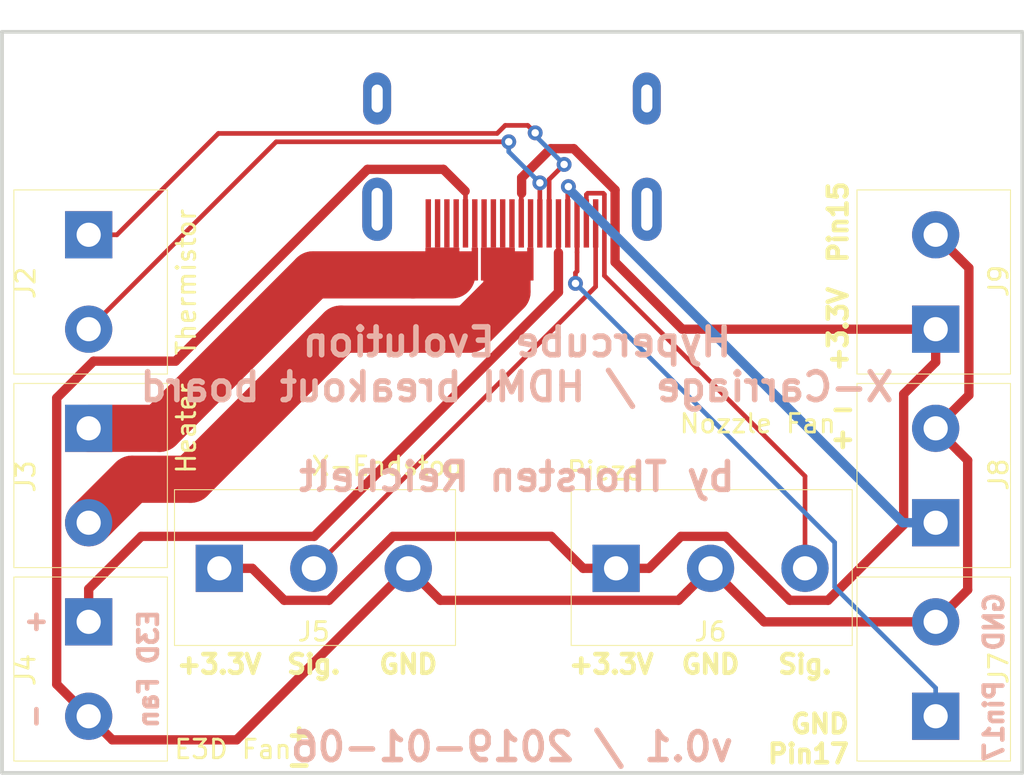
<source format=kicad_pcb>
(kicad_pcb (version 20171130) (host pcbnew "(5.0.2)-1")

  (general
    (thickness 1.6)
    (drawings 22)
    (tracks 118)
    (zones 0)
    (modules 12)
    (nets 13)
  )

  (page A4)
  (layers
    (0 F.Cu signal)
    (31 B.Cu signal)
    (32 B.Adhes user)
    (33 F.Adhes user)
    (34 B.Paste user)
    (35 F.Paste user)
    (36 B.SilkS user)
    (37 F.SilkS user)
    (38 B.Mask user)
    (39 F.Mask user)
    (40 Dwgs.User user)
    (41 Cmts.User user)
    (42 Eco1.User user)
    (43 Eco2.User user)
    (44 Edge.Cuts user)
    (45 Margin user)
    (46 B.CrtYd user)
    (47 F.CrtYd user)
    (48 B.Fab user)
    (49 F.Fab user)
  )

  (setup
    (last_trace_width 0.25)
    (user_trace_width 0.5)
    (user_trace_width 1.27)
    (user_trace_width 2.54)
    (trace_clearance 0.2)
    (zone_clearance 0.508)
    (zone_45_only no)
    (trace_min 0.2)
    (segment_width 0.2)
    (edge_width 0.05)
    (via_size 0.8)
    (via_drill 0.4)
    (via_min_size 0.4)
    (via_min_drill 0.3)
    (uvia_size 0.3)
    (uvia_drill 0.1)
    (uvias_allowed no)
    (uvia_min_size 0.2)
    (uvia_min_drill 0.1)
    (pcb_text_width 0.3)
    (pcb_text_size 1.5 1.5)
    (mod_edge_width 0.12)
    (mod_text_size 1 1)
    (mod_text_width 0.15)
    (pad_size 3.2 3.2)
    (pad_drill 3.2)
    (pad_to_mask_clearance 0.051)
    (solder_mask_min_width 0.25)
    (aux_axis_origin 0 0)
    (visible_elements 7FFFFFFF)
    (pcbplotparams
      (layerselection 0x010f0_ffffffff)
      (usegerberextensions false)
      (usegerberattributes true)
      (usegerberadvancedattributes false)
      (creategerberjobfile false)
      (excludeedgelayer true)
      (linewidth 0.150000)
      (plotframeref false)
      (viasonmask false)
      (mode 1)
      (useauxorigin false)
      (hpglpennumber 1)
      (hpglpenspeed 20)
      (hpglpendiameter 15.000000)
      (psnegative false)
      (psa4output false)
      (plotreference true)
      (plotvalue true)
      (plotinvisibletext false)
      (padsonsilk false)
      (subtractmaskfromsilk false)
      (outputformat 1)
      (mirror false)
      (drillshape 0)
      (scaleselection 1)
      (outputdirectory "Gerber/"))
  )

  (net 0 "")
  (net 1 "Net-(J1-PadSH)")
  (net 2 /+3.3V)
  (net 3 /X_SIG)
  (net 4 /GND)
  (net 5 /PIEZO_SIG)
  (net 6 /THERM_B)
  (net 7 /THERM_A)
  (net 8 /HEATER_B)
  (net 9 /HEATER_A)
  (net 10 /E3D_P)
  (net 11 /PIN17)
  (net 12 /PART_P)

  (net_class Default "Dies ist die voreingestellte Netzklasse."
    (clearance 0.2)
    (trace_width 0.25)
    (via_dia 0.8)
    (via_drill 0.4)
    (uvia_dia 0.3)
    (uvia_drill 0.1)
    (add_net /+3.3V)
    (add_net /E3D_P)
    (add_net /GND)
    (add_net /HEATER_A)
    (add_net /HEATER_B)
    (add_net /PART_P)
    (add_net /PIEZO_SIG)
    (add_net /PIN17)
    (add_net /THERM_A)
    (add_net /THERM_B)
    (add_net /X_SIG)
    (add_net "Net-(J1-PadSH)")
  )

  (module Connectors_OWN:RND_205-00233 locked (layer F.Cu) (tedit 5C34F4A5) (tstamp 5C5767C9)
    (at 97.536 95.504)
    (path /5C2EB450)
    (fp_text reference J5 (at 7.62 -0.7366) (layer F.SilkS)
      (effects (font (size 1 1) (thickness 0.15)))
    )
    (fp_text value X-Endstop (at 11.557 -9.652) (layer F.SilkS)
      (effects (font (size 1 1) (thickness 0.15)))
    )
    (fp_line (start 0.127 0) (end 0.127 -8.382) (layer F.SilkS) (width 0.05))
    (fp_line (start 15.24 0) (end 0.127 0) (layer F.SilkS) (width 0.05))
    (fp_line (start 15.24 -8.382) (end 15.24 0) (layer F.SilkS) (width 0.05))
    (fp_line (start 0.127 -8.382) (end 15.24 -8.382) (layer F.SilkS) (width 0.05))
    (fp_line (start 0 -8.4582) (end 0 0) (layer F.CrtYd) (width 0.15))
    (fp_line (start 15.2654 -8.4582) (end 0.0254 -8.4582) (layer F.CrtYd) (width 0.15))
    (fp_line (start 15.2654 0) (end 15.2654 -8.4582) (layer F.CrtYd) (width 0.15))
    (fp_line (start 0.0254 0) (end 15.2654 0) (layer F.CrtYd) (width 0.15))
    (pad 3 thru_hole circle (at 12.7 -4.15) (size 2.54 2.54) (drill 1.3) (layers *.Cu *.Mask)
      (net 4 /GND))
    (pad 2 thru_hole circle (at 7.62 -4.15) (size 2.54 2.54) (drill 1.3) (layers *.Cu *.Mask)
      (net 3 /X_SIG))
    (pad 1 thru_hole rect (at 2.54 -4.15) (size 2.54 2.54) (drill 1.3) (layers *.Cu *.Mask)
      (net 2 /+3.3V))
  )

  (module Connectors_OWN:BKL_HDMI_PEB1_HEVO locked (layer F.Cu) (tedit 5C2F860F) (tstamp 5C40126A)
    (at 123.063 62.484 180)
    (path /5C3382E7)
    (fp_text reference J1 (at 7.4676 -1.1176 180) (layer F.SilkS) hide
      (effects (font (size 1 1) (thickness 0.15)))
    )
    (fp_text value BKL_HDMI_PEB1_HEVO (at 7.4168 -2.7178 180) (layer F.Fab)
      (effects (font (size 1 1) (thickness 0.15)))
    )
    (fp_text user "PCB Edge" (at 7.6454 0.8636 180) (layer Dwgs.User)
      (effects (font (size 1 1) (thickness 0.15)))
    )
    (fp_line (start 0.0254 0) (end 14.5034 0) (layer Dwgs.User) (width 0.15))
    (pad 19 smd rect (at 2.75 -10.31 180) (size 0.29 2.6) (layers F.Cu F.Paste F.Mask)
      (net 3 /X_SIG))
    (pad 18 smd rect (at 3.25 -10.31 180) (size 0.29 2.6) (layers F.Cu F.Paste F.Mask)
      (net 5 /PIEZO_SIG))
    (pad 17 smd rect (at 3.75 -10.31 180) (size 0.29 2.6) (layers F.Cu F.Paste F.Mask)
      (net 11 /PIN17))
    (pad 16 smd rect (at 4.25 -10.31 180) (size 0.29 2.6) (layers F.Cu F.Paste F.Mask)
      (net 12 /PART_P))
    (pad 15 smd rect (at 4.75 -10.31 180) (size 0.29 2.6) (layers F.Cu F.Paste F.Mask)
      (net 10 /E3D_P))
    (pad 14 smd rect (at 5.25 -10.31 180) (size 0.29 2.6) (layers F.Cu F.Paste F.Mask)
      (net 7 /THERM_A))
    (pad 13 smd rect (at 5.75 -10.31 180) (size 0.29 2.6) (layers F.Cu F.Paste F.Mask)
      (net 6 /THERM_B))
    (pad "" smd rect (at 6.25 -10.31 180) (size 0.29 2.6) (layers F.Cu F.Paste F.Mask))
    (pad 11 smd rect (at 6.75 -10.31 180) (size 0.29 2.6) (layers F.Cu F.Paste F.Mask)
      (net 2 /+3.3V))
    (pad "" smd rect (at 7.25 -10.31 180) (size 0.29 2.6) (layers F.Cu F.Paste F.Mask))
    (pad "" smd rect (at 7.75 -10.31 180) (size 0.29 2.6) (layers F.Cu F.Paste F.Mask))
    (pad "" smd rect (at 8.25 -10.31 180) (size 0.29 2.6) (layers F.Cu F.Paste F.Mask))
    (pad "" smd rect (at 8.75 -10.31 180) (size 0.29 2.6) (layers F.Cu F.Paste F.Mask))
    (pad "" smd rect (at 9.25 -10.31 180) (size 0.29 2.6) (layers F.Cu F.Paste F.Mask))
    (pad 5 smd rect (at 9.75 -10.31 180) (size 0.29 2.6) (layers F.Cu F.Paste F.Mask)
      (net 4 /GND))
    (pad "" smd rect (at 10.25 -10.31 180) (size 0.29 2.6) (layers F.Cu F.Paste F.Mask))
    (pad "" smd rect (at 10.75 -10.31 180) (size 0.29 2.6) (layers F.Cu F.Paste F.Mask))
    (pad "" smd rect (at 11.25 -10.31 180) (size 0.29 2.6) (layers F.Cu F.Paste F.Mask))
    (pad "" smd rect (at 11.75 -10.31 180) (size 0.29 2.6) (layers F.Cu F.Paste F.Mask))
    (pad SH thru_hole oval (at 14.5 -9.55 180) (size 1.6 3.4) (drill oval 0.6 2.3) (layers *.Cu *.Mask)
      (net 1 "Net-(J1-PadSH)"))
    (pad SH thru_hole oval (at 14.5 -3.59 180) (size 1.5 2.8) (drill oval 0.6 1.5) (layers *.Cu *.Mask)
      (net 1 "Net-(J1-PadSH)"))
    (pad SH thru_hole oval (at 0 -3.59 180) (size 1.5 2.8) (drill oval 0.6 1.5) (layers *.Cu *.Mask)
      (net 1 "Net-(J1-PadSH)"))
    (pad SH thru_hole oval (at 0 -9.55 180) (size 1.6 3.4) (drill oval 0.6 2.3) (layers *.Cu *.Mask)
      (net 1 "Net-(J1-PadSH)"))
    (pad 1 smd custom (at 10.4902 -12.7254 180) (size 1.27 1.27) (layers F.Cu F.Paste F.Mask)
      (net 9 /HEATER_A)
      (options (clearance outline) (anchor circle))
      (primitives
        (gr_poly (pts
           (xy 1.39065 1.0922) (xy -0.38735 1.0922) (xy -0.38735 0.889) (xy -1.09855 0.889) (xy -1.09855 1.0922)
           (xy -1.39065 1.0922) (xy -1.39065 -0.635) (xy 1.39065 -0.635)) (width 0.05))
      ))
    (pad 7 smd custom (at 7.5057 -12.7254 180) (size 1.27 1.27) (layers F.Cu F.Paste F.Mask)
      (net 8 /HEATER_B) (zone_connect 0)
      (options (clearance outline) (anchor circle))
      (primitives
        (gr_poly (pts
           (xy 1.39065 1.0922) (xy -0.38735 1.0922) (xy -0.38735 0.889) (xy -1.09855 0.889) (xy -1.09855 1.0922)
           (xy -1.39065 1.0922) (xy -1.39065 -0.635) (xy 1.39065 -0.635)) (width 0.05))
      ))
  )

  (module Connectors_OWN:RND_205-00232 locked (layer F.Cu) (tedit 5C34F47C) (tstamp 5C576814)
    (at 142.748 101.854 90)
    (path /5C301662)
    (fp_text reference J7 (at 5.1308 -0.762 90) (layer F.SilkS)
      (effects (font (size 1 1) (thickness 0.15)))
    )
    (fp_text value Custom1 (at 5.08 -7.366 90) (layer F.SilkS) hide
      (effects (font (size 1 1) (thickness 0.15)))
    )
    (fp_line (start 0.127 -0.127) (end 0.127 -8.382) (layer F.SilkS) (width 0.05))
    (fp_line (start 10.033 -0.127) (end 0.127 -0.127) (layer F.SilkS) (width 0.05))
    (fp_line (start 10.033 -8.382) (end 10.033 -0.127) (layer F.SilkS) (width 0.05))
    (fp_line (start 0.127 -8.382) (end 10.033 -8.382) (layer F.SilkS) (width 0.05))
    (fp_line (start 0.0254 0) (end 10.16 0) (layer F.CrtYd) (width 0.15))
    (fp_line (start 10.16 0) (end 10.16 -8.4582) (layer F.CrtYd) (width 0.15))
    (fp_line (start 10.16 -8.4582) (end 0.0254 -8.4582) (layer F.CrtYd) (width 0.15))
    (fp_line (start 0.0254 -8.4582) (end 0.0254 0) (layer F.CrtYd) (width 0.15))
    (pad 1 thru_hole rect (at 2.54 -4.15 90) (size 2.54 2.54) (drill 1.3) (layers *.Cu *.Mask)
      (net 11 /PIN17))
    (pad 2 thru_hole circle (at 7.62 -4.15 90) (size 2.54 2.54) (drill 1.3) (layers *.Cu *.Mask)
      (net 4 /GND))
  )

  (module Connectors_OWN:RND_205-00232 locked (layer F.Cu) (tedit 5C34F47C) (tstamp 5C5767E7)
    (at 88.9 70.866 270)
    (path /5C2D523F)
    (fp_text reference J2 (at 5.1308 -0.762 270) (layer F.SilkS)
      (effects (font (size 1 1) (thickness 0.15)))
    )
    (fp_text value Thermistor (at 5.08 -9.398 270) (layer F.SilkS)
      (effects (font (size 1 1) (thickness 0.15)))
    )
    (fp_line (start 0.127 -0.127) (end 0.127 -8.382) (layer F.SilkS) (width 0.05))
    (fp_line (start 10.033 -0.127) (end 0.127 -0.127) (layer F.SilkS) (width 0.05))
    (fp_line (start 10.033 -8.382) (end 10.033 -0.127) (layer F.SilkS) (width 0.05))
    (fp_line (start 0.127 -8.382) (end 10.033 -8.382) (layer F.SilkS) (width 0.05))
    (fp_line (start 0.0254 0) (end 10.16 0) (layer F.CrtYd) (width 0.15))
    (fp_line (start 10.16 0) (end 10.16 -8.4582) (layer F.CrtYd) (width 0.15))
    (fp_line (start 10.16 -8.4582) (end 0.0254 -8.4582) (layer F.CrtYd) (width 0.15))
    (fp_line (start 0.0254 -8.4582) (end 0.0254 0) (layer F.CrtYd) (width 0.15))
    (pad 1 thru_hole rect (at 2.54 -4.15 270) (size 2.54 2.54) (drill 1.3) (layers *.Cu *.Mask)
      (net 7 /THERM_A))
    (pad 2 thru_hole circle (at 7.62 -4.15 270) (size 2.54 2.54) (drill 1.3) (layers *.Cu *.Mask)
      (net 6 /THERM_B))
  )

  (module Connectors_OWN:RND_205-00232 locked (layer F.Cu) (tedit 5C34F47C) (tstamp 5C57618A)
    (at 142.748 81.026 90)
    (path /5C326174)
    (fp_text reference J9 (at 5.1308 -0.762 90) (layer F.SilkS)
      (effects (font (size 1 1) (thickness 0.15)))
    )
    (fp_text value Custom2 (at 5.08 -9.652 90) (layer F.SilkS) hide
      (effects (font (size 1 1) (thickness 0.15)))
    )
    (fp_line (start 0.127 -0.127) (end 0.127 -8.382) (layer F.SilkS) (width 0.05))
    (fp_line (start 10.033 -0.127) (end 0.127 -0.127) (layer F.SilkS) (width 0.05))
    (fp_line (start 10.033 -8.382) (end 10.033 -0.127) (layer F.SilkS) (width 0.05))
    (fp_line (start 0.127 -8.382) (end 10.033 -8.382) (layer F.SilkS) (width 0.05))
    (fp_line (start 0.0254 0) (end 10.16 0) (layer F.CrtYd) (width 0.15))
    (fp_line (start 10.16 0) (end 10.16 -8.4582) (layer F.CrtYd) (width 0.15))
    (fp_line (start 10.16 -8.4582) (end 0.0254 -8.4582) (layer F.CrtYd) (width 0.15))
    (fp_line (start 0.0254 -8.4582) (end 0.0254 0) (layer F.CrtYd) (width 0.15))
    (pad 1 thru_hole rect (at 2.54 -4.15 90) (size 2.54 2.54) (drill 1.3) (layers *.Cu *.Mask)
      (net 2 /+3.3V))
    (pad 2 thru_hole circle (at 7.62 -4.15 90) (size 2.54 2.54) (drill 1.3) (layers *.Cu *.Mask)
      (net 4 /GND))
  )

  (module Connectors_OWN:RND_205-00233 locked (layer F.Cu) (tedit 5C34F4A5) (tstamp 5C4B0D71)
    (at 118.872 95.504)
    (path /5C2D53AD)
    (fp_text reference J6 (at 7.62 -0.7366) (layer F.SilkS)
      (effects (font (size 1 1) (thickness 0.15)))
    )
    (fp_text value Piezo (at 1.9304 -9.398) (layer F.SilkS)
      (effects (font (size 1 1) (thickness 0.15)))
    )
    (fp_line (start 0.127 0) (end 0.127 -8.382) (layer F.SilkS) (width 0.05))
    (fp_line (start 15.24 0) (end 0.127 0) (layer F.SilkS) (width 0.05))
    (fp_line (start 15.24 -8.382) (end 15.24 0) (layer F.SilkS) (width 0.05))
    (fp_line (start 0.127 -8.382) (end 15.24 -8.382) (layer F.SilkS) (width 0.05))
    (fp_line (start 0 -8.4582) (end 0 0) (layer F.CrtYd) (width 0.15))
    (fp_line (start 15.2654 -8.4582) (end 0.0254 -8.4582) (layer F.CrtYd) (width 0.15))
    (fp_line (start 15.2654 0) (end 15.2654 -8.4582) (layer F.CrtYd) (width 0.15))
    (fp_line (start 0.0254 0) (end 15.2654 0) (layer F.CrtYd) (width 0.15))
    (pad 3 thru_hole circle (at 12.7 -4.15) (size 2.54 2.54) (drill 1.3) (layers *.Cu *.Mask)
      (net 5 /PIEZO_SIG))
    (pad 2 thru_hole circle (at 7.62 -4.15) (size 2.54 2.54) (drill 1.3) (layers *.Cu *.Mask)
      (net 4 /GND))
    (pad 1 thru_hole rect (at 2.54 -4.15) (size 2.54 2.54) (drill 1.3) (layers *.Cu *.Mask)
      (net 2 /+3.3V))
  )

  (module Connectors_OWN:RND_205-00232 locked (layer F.Cu) (tedit 5C34F47C) (tstamp 5C45A62F)
    (at 88.9 91.694 270)
    (path /5C2D52AE)
    (fp_text reference J4 (at 5.1308 -0.762 270) (layer F.SilkS)
      (effects (font (size 1 1) (thickness 0.15)))
    )
    (fp_text value "E3D Fan" (at 9.398 -11.9126) (layer F.SilkS)
      (effects (font (size 1 1) (thickness 0.15)))
    )
    (fp_line (start 0.127 -0.127) (end 0.127 -8.382) (layer F.SilkS) (width 0.05))
    (fp_line (start 10.033 -0.127) (end 0.127 -0.127) (layer F.SilkS) (width 0.05))
    (fp_line (start 10.033 -8.382) (end 10.033 -0.127) (layer F.SilkS) (width 0.05))
    (fp_line (start 0.127 -8.382) (end 10.033 -8.382) (layer F.SilkS) (width 0.05))
    (fp_line (start 0.0254 0) (end 10.16 0) (layer F.CrtYd) (width 0.15))
    (fp_line (start 10.16 0) (end 10.16 -8.4582) (layer F.CrtYd) (width 0.15))
    (fp_line (start 10.16 -8.4582) (end 0.0254 -8.4582) (layer F.CrtYd) (width 0.15))
    (fp_line (start 0.0254 -8.4582) (end 0.0254 0) (layer F.CrtYd) (width 0.15))
    (pad 1 thru_hole rect (at 2.54 -4.15 270) (size 2.54 2.54) (drill 1.3) (layers *.Cu *.Mask)
      (net 10 /E3D_P))
    (pad 2 thru_hole circle (at 7.62 -4.15 270) (size 2.54 2.54) (drill 1.3) (layers *.Cu *.Mask)
      (net 4 /GND))
  )

  (module Connectors_OWN:RND_205-00232 locked (layer F.Cu) (tedit 5C34F47C) (tstamp 5C4B0D36)
    (at 142.748 91.44 90)
    (path /5C2D5319)
    (fp_text reference J8 (at 5.1308 -0.762 90) (layer F.SilkS)
      (effects (font (size 1 1) (thickness 0.15)))
    )
    (fp_text value "Nozzle Fan" (at 7.874 -13.716 180) (layer F.SilkS)
      (effects (font (size 1 1) (thickness 0.15)))
    )
    (fp_line (start 0.127 -0.127) (end 0.127 -8.382) (layer F.SilkS) (width 0.05))
    (fp_line (start 10.033 -0.127) (end 0.127 -0.127) (layer F.SilkS) (width 0.05))
    (fp_line (start 10.033 -8.382) (end 10.033 -0.127) (layer F.SilkS) (width 0.05))
    (fp_line (start 0.127 -8.382) (end 10.033 -8.382) (layer F.SilkS) (width 0.05))
    (fp_line (start 0.0254 0) (end 10.16 0) (layer F.CrtYd) (width 0.15))
    (fp_line (start 10.16 0) (end 10.16 -8.4582) (layer F.CrtYd) (width 0.15))
    (fp_line (start 10.16 -8.4582) (end 0.0254 -8.4582) (layer F.CrtYd) (width 0.15))
    (fp_line (start 0.0254 -8.4582) (end 0.0254 0) (layer F.CrtYd) (width 0.15))
    (pad 1 thru_hole rect (at 2.54 -4.15 90) (size 2.54 2.54) (drill 1.3) (layers *.Cu *.Mask)
      (net 12 /PART_P))
    (pad 2 thru_hole circle (at 7.62 -4.15 90) (size 2.54 2.54) (drill 1.3) (layers *.Cu *.Mask)
      (net 4 /GND))
  )

  (module Connectors_OWN:RND_205-00232 locked (layer F.Cu) (tedit 5C34F47C) (tstamp 5C45A626)
    (at 88.9 81.28 270)
    (path /5C2D51F0)
    (fp_text reference J3 (at 5.1308 -0.762 90) (layer F.SilkS)
      (effects (font (size 1 1) (thickness 0.15)))
    )
    (fp_text value Heater (at 2.54 -9.398 270) (layer F.SilkS)
      (effects (font (size 1 1) (thickness 0.15)))
    )
    (fp_line (start 0.127 -0.127) (end 0.127 -8.382) (layer F.SilkS) (width 0.05))
    (fp_line (start 10.033 -0.127) (end 0.127 -0.127) (layer F.SilkS) (width 0.05))
    (fp_line (start 10.033 -8.382) (end 10.033 -0.127) (layer F.SilkS) (width 0.05))
    (fp_line (start 0.127 -8.382) (end 10.033 -8.382) (layer F.SilkS) (width 0.05))
    (fp_line (start 0.0254 0) (end 10.16 0) (layer F.CrtYd) (width 0.15))
    (fp_line (start 10.16 0) (end 10.16 -8.4582) (layer F.CrtYd) (width 0.15))
    (fp_line (start 10.16 -8.4582) (end 0.0254 -8.4582) (layer F.CrtYd) (width 0.15))
    (fp_line (start 0.0254 -8.4582) (end 0.0254 0) (layer F.CrtYd) (width 0.15))
    (pad 1 thru_hole rect (at 2.54 -4.15 270) (size 2.54 2.54) (drill 1.3) (layers *.Cu *.Mask)
      (net 9 /HEATER_A))
    (pad 2 thru_hole circle (at 7.62 -4.15 270) (size 2.54 2.54) (drill 1.3) (layers *.Cu *.Mask)
      (net 8 /HEATER_B))
  )

  (module MountingHole:MountingHole_3.2mm_M3_DIN965 (layer F.Cu) (tedit 5C34F6A8) (tstamp 5C418AF2)
    (at 93.218 66.802)
    (descr "Mounting Hole 3.2mm, no annular, M3, DIN965")
    (tags "mounting hole 3.2mm no annular m3 din965")
    (attr virtual)
    (fp_text reference M1 (at 0 -3.8) (layer F.SilkS) hide
      (effects (font (size 1 1) (thickness 0.15)))
    )
    (fp_text value "" (at 0 3.8) (layer F.Fab)
      (effects (font (size 1 1) (thickness 0.15)))
    )
    (fp_circle (center 0 0) (end 3.05 0) (layer F.CrtYd) (width 0.05))
    (fp_circle (center 0 0) (end 2.8 0) (layer Cmts.User) (width 0.15))
    (fp_text user %R (at 0.3 0) (layer F.Fab)
      (effects (font (size 1 1) (thickness 0.15)))
    )
    (pad 1 np_thru_hole circle (at 0 0) (size 3.2 3.2) (drill 3.2) (layers *.Cu *.Mask))
  )

  (module MountingHole:MountingHole_3.2mm_M3_DIN965 (layer F.Cu) (tedit 5C34F6B2) (tstamp 5C418B01)
    (at 138.684 66.802)
    (descr "Mounting Hole 3.2mm, no annular, M3, DIN965")
    (tags "mounting hole 3.2mm no annular m3 din965")
    (attr virtual)
    (fp_text reference M2 (at 0 -3.8) (layer F.SilkS) hide
      (effects (font (size 1 1) (thickness 0.15)))
    )
    (fp_text value "" (at 0 3.8) (layer F.Fab)
      (effects (font (size 1 1) (thickness 0.15)))
    )
    (fp_circle (center 0 0) (end 3.05 0) (layer F.CrtYd) (width 0.05))
    (fp_circle (center 0 0) (end 2.8 0) (layer Cmts.User) (width 0.15))
    (fp_text user %R (at 0.3 0) (layer F.Fab)
      (effects (font (size 1 1) (thickness 0.15)))
    )
    (pad 1 np_thru_hole circle (at 0 0) (size 3.2 3.2) (drill 3.2) (layers *.Cu *.Mask))
  )

  (module MountingHole:MountingHole_3.2mm_M3_DIN965 (layer F.Cu) (tedit 5C34F6C2) (tstamp 5C418B10)
    (at 115.824 97.79)
    (descr "Mounting Hole 3.2mm, no annular, M3, DIN965")
    (tags "mounting hole 3.2mm no annular m3 din965")
    (attr virtual)
    (fp_text reference M3 (at 0 -3.8) (layer F.SilkS) hide
      (effects (font (size 1 1) (thickness 0.15)))
    )
    (fp_text value "" (at 0 3.8) (layer F.Fab)
      (effects (font (size 1 1) (thickness 0.15)))
    )
    (fp_circle (center 0 0) (end 3.05 0) (layer F.CrtYd) (width 0.05))
    (fp_circle (center 0 0) (end 2.8 0) (layer Cmts.User) (width 0.15))
    (fp_text user %R (at 0.3 0) (layer F.Fab)
      (effects (font (size 1 1) (thickness 0.15)))
    )
    (pad 1 np_thru_hole circle (at 0 0) (size 3.2 3.2) (drill 3.2) (layers *.Cu *.Mask))
  )

  (gr_text "GND\nPin17" (at 134.0612 100.5332) (layer F.SilkS) (tstamp 5C5782D4)
    (effects (font (size 1 1) (thickness 0.25)) (justify right))
  )
  (gr_text "+\n-" (at 104.3686 101.092) (layer F.SilkS) (tstamp 5C5781D0)
    (effects (font (size 1 1) (thickness 0.25)))
  )
  (gr_text GND (at 141.732 94.234 90) (layer B.SilkS) (tstamp 5C577BAB)
    (effects (font (size 1 1) (thickness 0.25)) (justify mirror))
  )
  (gr_text Pin17 (at 141.732 99.568 90) (layer B.SilkS) (tstamp 5C577BA5)
    (effects (font (size 1 1) (thickness 0.25)) (justify mirror))
  )
  (gr_text "E3D Fan" (at 96.266 96.774 90) (layer B.SilkS) (tstamp 5C577BA0)
    (effects (font (size 1 1) (thickness 0.25)) (justify mirror))
  )
  (gr_text + (at 90.17 94.234 90) (layer B.SilkS) (tstamp 5C577B9A)
    (effects (font (size 1 1) (thickness 0.25)) (justify mirror))
  )
  (gr_text - (at 90.17 99.314 90) (layer B.SilkS) (tstamp 5C577B90)
    (effects (font (size 1 1) (thickness 0.25)) (justify mirror))
  )
  (gr_text GND (at 110.236 96.52) (layer F.SilkS) (tstamp 5C577B48)
    (effects (font (size 1 1) (thickness 0.25)))
  )
  (gr_text Sig. (at 105.156 96.52) (layer F.SilkS) (tstamp 5C577B45)
    (effects (font (size 1 1) (thickness 0.25)))
  )
  (gr_text +3.3V (at 100.076 96.52) (layer F.SilkS) (tstamp 5C577B42)
    (effects (font (size 1 1) (thickness 0.25)))
  )
  (gr_text Sig. (at 131.572 96.52) (layer F.SilkS) (tstamp 5C577B20)
    (effects (font (size 1 1) (thickness 0.25)))
  )
  (gr_text +3.3V (at 121.158 96.52) (layer F.SilkS) (tstamp 5C577B07)
    (effects (font (size 1 1) (thickness 0.25)))
  )
  (gr_text GND (at 126.492 96.52) (layer F.SilkS) (tstamp 5C577B06)
    (effects (font (size 1 1) (thickness 0.25)))
  )
  (gr_text "-\n+" (at 133.604 83.566) (layer F.SilkS) (tstamp 5C577ADE)
    (effects (font (size 1 1) (thickness 0.25)))
  )
  (gr_text Pin15 (at 133.35 72.7202 90) (layer F.SilkS) (tstamp 5C577AC9)
    (effects (font (size 1 1) (thickness 0.25)))
  )
  (gr_text +3.3V (at 133.35 78.486 90) (layer F.SilkS)
    (effects (font (size 1 1) (thickness 0.25)))
  )
  (gr_line (start 88.381 62.484) (end 143.245 62.484) (layer Edge.Cuts) (width 0.2) (tstamp 5C40124A))
  (gr_line (start 143.256 62.484) (end 143.256 102.362) (layer Edge.Cuts) (width 0.2) (tstamp 5C4B0AC3))
  (gr_text "v0.1 / 2019-01-06" (at 115.813 100.965) (layer B.SilkS) (tstamp 5C401247)
    (effects (font (size 1.5 1.5) (thickness 0.3)) (justify mirror))
  )
  (gr_text "Hypercube Evolution\nX-Carriage / HDMI breakout board\n\nby Thorsten Reichelt" (at 116.078 82.804) (layer B.SilkS)
    (effects (font (size 1.5 1.5) (thickness 0.3)) (justify mirror))
  )
  (gr_line (start 88.392 102.362) (end 143.256 102.362) (layer Edge.Cuts) (width 0.2) (tstamp 5C4B0AB6))
  (gr_line (start 88.392 62.484) (end 88.392 102.362) (layer Edge.Cuts) (width 0.2))

  (segment (start 119.642 91.354) (end 121.412 91.354) (width 0.5) (layer F.Cu) (net 2))
  (segment (start 101.846 91.354) (end 103.566001 93.074001) (width 0.5) (layer F.Cu) (net 2))
  (segment (start 100.076 91.354) (end 101.846 91.354) (width 0.5) (layer F.Cu) (net 2))
  (segment (start 103.566001 93.074001) (end 105.970397 93.074001) (width 0.5) (layer F.Cu) (net 2))
  (segment (start 105.970397 93.074001) (end 109.410399 89.633999) (width 0.5) (layer F.Cu) (net 2))
  (segment (start 109.410399 89.633999) (end 117.921999 89.633999) (width 0.5) (layer F.Cu) (net 2))
  (segment (start 117.921999 89.633999) (end 119.642 91.354) (width 0.5) (layer F.Cu) (net 2))
  (segment (start 138.598 80.256) (end 138.598 78.486) (width 0.5) (layer F.Cu) (net 2))
  (segment (start 136.877999 81.976001) (end 138.598 80.256) (width 0.5) (layer F.Cu) (net 2))
  (segment (start 136.877999 89.004201) (end 136.877999 81.976001) (width 0.5) (layer F.Cu) (net 2))
  (segment (start 124.902001 89.633999) (end 127.306397 89.633999) (width 0.5) (layer F.Cu) (net 2))
  (segment (start 127.306397 89.633999) (end 130.746399 93.074001) (width 0.5) (layer F.Cu) (net 2))
  (segment (start 121.412 91.354) (end 123.182 91.354) (width 0.5) (layer F.Cu) (net 2))
  (segment (start 130.746399 93.074001) (end 132.808199 93.074001) (width 0.5) (layer F.Cu) (net 2))
  (segment (start 123.182 91.354) (end 124.902001 89.633999) (width 0.5) (layer F.Cu) (net 2))
  (segment (start 132.808199 93.074001) (end 136.877999 89.004201) (width 0.5) (layer F.Cu) (net 2))
  (segment (start 117.895599 68.771399) (end 116.332 70.334998) (width 0.5) (layer F.Cu) (net 2))
  (segment (start 119.133587 68.771399) (end 117.895599 68.771399) (width 0.5) (layer F.Cu) (net 2))
  (segment (start 121.358011 70.995823) (end 119.133587 68.771399) (width 0.5) (layer F.Cu) (net 2))
  (segment (start 121.358011 74.876011) (end 121.358011 70.995823) (width 0.5) (layer F.Cu) (net 2))
  (segment (start 138.598 78.486) (end 124.968 78.486) (width 0.5) (layer F.Cu) (net 2))
  (segment (start 124.968 78.486) (end 121.358011 74.876011) (width 0.5) (layer F.Cu) (net 2))
  (segment (start 116.332 70.334998) (end 116.332 71.1708) (width 0.5) (layer F.Cu) (net 2))
  (segment (start 116.313 71.1898) (end 116.313 72.794) (width 0.25) (layer F.Cu) (net 2))
  (segment (start 116.332 71.1708) (end 116.313 71.1898) (width 0.25) (layer F.Cu) (net 2))
  (segment (start 120.313 76.197) (end 120.313 72.794) (width 0.25) (layer F.Cu) (net 3))
  (segment (start 105.156 91.354) (end 120.313 76.197) (width 0.25) (layer F.Cu) (net 3))
  (segment (start 101.006001 100.583999) (end 110.236 91.354) (width 0.5) (layer F.Cu) (net 4) (status 20))
  (segment (start 93.05 99.314) (end 94.319999 100.583999) (width 0.5) (layer F.Cu) (net 4) (status 10))
  (segment (start 94.319999 100.583999) (end 101.006001 100.583999) (width 0.5) (layer F.Cu) (net 4))
  (segment (start 139.867999 74.675999) (end 138.598 73.406) (width 0.5) (layer F.Cu) (net 4))
  (segment (start 140.3858 75.1938) (end 139.867999 74.675999) (width 0.5) (layer F.Cu) (net 4))
  (segment (start 138.598 83.82) (end 140.3858 82.0322) (width 0.5) (layer F.Cu) (net 4))
  (segment (start 140.3858 82.0322) (end 140.3858 75.1938) (width 0.5) (layer F.Cu) (net 4))
  (segment (start 129.372 94.234) (end 135.0518 94.234) (width 0.5) (layer F.Cu) (net 4))
  (segment (start 126.492 91.354) (end 129.372 94.234) (width 0.5) (layer F.Cu) (net 4))
  (segment (start 135.0518 94.234) (end 138.598 94.234) (width 0.5) (layer F.Cu) (net 4))
  (segment (start 139.867999 85.089999) (end 138.598 83.82) (width 0.5) (layer F.Cu) (net 4))
  (segment (start 140.318001 85.540001) (end 139.867999 85.089999) (width 0.5) (layer F.Cu) (net 4))
  (segment (start 138.598 94.234) (end 140.318001 92.513999) (width 0.5) (layer F.Cu) (net 4))
  (segment (start 140.318001 92.513999) (end 140.318001 85.540001) (width 0.5) (layer F.Cu) (net 4))
  (segment (start 97.723218 80.206001) (end 108.045229 69.88399) (width 0.5) (layer F.Cu) (net 4))
  (segment (start 93.313997 80.206001) (end 97.723218 80.206001) (width 0.5) (layer F.Cu) (net 4))
  (segment (start 91.329999 82.189999) (end 93.313997 80.206001) (width 0.5) (layer F.Cu) (net 4))
  (segment (start 93.05 99.314) (end 91.329999 97.593999) (width 0.5) (layer F.Cu) (net 4))
  (segment (start 91.329999 97.593999) (end 91.329999 82.189999) (width 0.5) (layer F.Cu) (net 4))
  (segment (start 108.045229 69.88399) (end 112.12419 69.88399) (width 0.5) (layer F.Cu) (net 4))
  (segment (start 112.12419 69.88399) (end 113.296099 71.055899) (width 0.5) (layer F.Cu) (net 4))
  (segment (start 113.313 71.0728) (end 113.313 72.794) (width 0.25) (layer F.Cu) (net 4))
  (segment (start 113.296099 71.055899) (end 113.313 71.0728) (width 0.25) (layer F.Cu) (net 4))
  (segment (start 125.222001 92.623999) (end 126.492 91.354) (width 0.5) (layer F.Cu) (net 4))
  (segment (start 124.771999 93.074001) (end 125.222001 92.623999) (width 0.5) (layer F.Cu) (net 4))
  (segment (start 110.236 91.354) (end 111.956001 93.074001) (width 0.5) (layer F.Cu) (net 4))
  (segment (start 111.956001 93.074001) (end 124.771999 93.074001) (width 0.5) (layer F.Cu) (net 4))
  (segment (start 131.572 86.39559) (end 120.783001 75.606591) (width 0.25) (layer F.Cu) (net 5))
  (segment (start 120.783001 75.606591) (end 120.783001 71.233999) (width 0.25) (layer F.Cu) (net 5))
  (segment (start 119.813 71.244) (end 119.813 72.794) (width 0.25) (layer F.Cu) (net 5))
  (segment (start 131.572 91.354) (end 131.572 86.39559) (width 0.25) (layer F.Cu) (net 5))
  (segment (start 120.783001 71.233999) (end 120.718001 71.168999) (width 0.25) (layer F.Cu) (net 5))
  (segment (start 120.718001 71.168999) (end 119.888001 71.168999) (width 0.25) (layer F.Cu) (net 5))
  (segment (start 119.888001 71.168999) (end 119.813 71.244) (width 0.25) (layer F.Cu) (net 5))
  (segment (start 103.1338 68.4022) (end 93.05 78.486) (width 0.25) (layer F.Cu) (net 6))
  (segment (start 115.639315 68.4022) (end 115.639315 68.4022) (width 0.25) (layer F.Cu) (net 6))
  (segment (start 115.639315 68.4022) (end 103.1338 68.4022) (width 0.25) (layer F.Cu) (net 6) (tstamp 5C4018F5))
  (via (at 115.639315 68.4022) (size 0.8) (drill 0.4) (layers F.Cu B.Cu) (net 6))
  (segment (start 117.313 72.794) (end 117.313 70.612) (width 0.25) (layer F.Cu) (net 6))
  (segment (start 117.313 70.612) (end 117.313 70.612) (width 0.25) (layer F.Cu) (net 6) (tstamp 5C40197A))
  (via (at 117.313 70.612) (size 0.8) (drill 0.4) (layers F.Cu B.Cu) (net 6))
  (segment (start 115.639315 68.938315) (end 115.639315 68.4022) (width 0.25) (layer B.Cu) (net 6))
  (segment (start 117.313 70.612) (end 115.639315 68.938315) (width 0.25) (layer B.Cu) (net 6))
  (segment (start 117.061715 67.9196) (end 117.061715 67.9196) (width 0.25) (layer F.Cu) (net 7) (tstamp 5C4018F3))
  (via (at 117.061715 67.9196) (size 0.8) (drill 0.4) (layers F.Cu B.Cu) (net 7))
  (segment (start 117.813 72.794) (end 117.813 70.4264) (width 0.25) (layer F.Cu) (net 7))
  (segment (start 117.813 70.4264) (end 118.618 69.6214) (width 0.25) (layer F.Cu) (net 7))
  (segment (start 118.618 69.6214) (end 118.618 69.6214) (width 0.25) (layer F.Cu) (net 7) (tstamp 5C401978))
  (via (at 118.618 69.6214) (size 0.8) (drill 0.4) (layers F.Cu B.Cu) (net 7))
  (segment (start 117.061715 68.065115) (end 118.618 69.6214) (width 0.25) (layer B.Cu) (net 7))
  (segment (start 117.061715 67.9196) (end 117.061715 68.065115) (width 0.25) (layer B.Cu) (net 7))
  (segment (start 116.661716 67.519601) (end 117.061715 67.9196) (width 0.25) (layer F.Cu) (net 7))
  (segment (start 115.448912 67.519601) (end 116.661716 67.519601) (width 0.25) (layer F.Cu) (net 7))
  (segment (start 115.016323 67.95219) (end 115.448912 67.519601) (width 0.25) (layer F.Cu) (net 7))
  (segment (start 100.02381 67.95219) (end 115.016323 67.95219) (width 0.25) (layer F.Cu) (net 7))
  (segment (start 93.05 73.406) (end 94.57 73.406) (width 0.25) (layer F.Cu) (net 7))
  (segment (start 94.57 73.406) (end 100.02381 67.95219) (width 0.25) (layer F.Cu) (net 7))
  (segment (start 95.38999 86.56001) (end 98.52979 86.56001) (width 2.54) (layer F.Cu) (net 8))
  (segment (start 93.05 88.9) (end 95.38999 86.56001) (width 2.54) (layer F.Cu) (net 8))
  (segment (start 98.52979 86.56001) (end 106.6038 78.486) (width 2.54) (layer F.Cu) (net 8))
  (segment (start 115.5446 75.564001) (end 115.5573 75.564001) (width 2.54) (layer F.Cu) (net 8))
  (segment (start 115.5446 76.46716) (end 115.5446 75.564001) (width 2.54) (layer F.Cu) (net 8))
  (segment (start 106.6038 78.486) (end 113.52576 78.486) (width 2.54) (layer F.Cu) (net 8))
  (segment (start 113.52576 78.486) (end 115.5446 76.46716) (width 2.54) (layer F.Cu) (net 8))
  (segment (start 110.491999 75.564001) (end 112.5728 75.564001) (width 2.54) (layer F.Cu) (net 9))
  (segment (start 105.115999 75.564001) (end 110.491999 75.564001) (width 2.54) (layer F.Cu) (net 9))
  (segment (start 93.05 83.82) (end 96.86 83.82) (width 2.54) (layer F.Cu) (net 9))
  (segment (start 96.86 83.82) (end 105.115999 75.564001) (width 2.54) (layer F.Cu) (net 9))
  (segment (start 105.173801 89.633999) (end 118.3132 76.4946) (width 0.5) (layer F.Cu) (net 10))
  (segment (start 95.880001 89.633999) (end 105.173801 89.633999) (width 0.5) (layer F.Cu) (net 10))
  (segment (start 93.05 94.234) (end 93.05 92.464) (width 0.5) (layer F.Cu) (net 10))
  (segment (start 93.05 92.464) (end 95.880001 89.633999) (width 0.5) (layer F.Cu) (net 10))
  (segment (start 118.3132 76.4946) (end 118.3132 74.3712) (width 0.5) (layer F.Cu) (net 10))
  (segment (start 118.313 74.371) (end 118.3132 74.3712) (width 0.25) (layer F.Cu) (net 10))
  (segment (start 118.313 72.794) (end 118.313 74.371) (width 0.25) (layer F.Cu) (net 10))
  (via (at 119.2276 76.0222) (size 0.8) (drill 0.4) (layers F.Cu B.Cu) (net 11))
  (segment (start 119.313 74.344) (end 119.313 72.794) (width 0.25) (layer F.Cu) (net 11))
  (segment (start 119.313 75.371115) (end 119.313 74.344) (width 0.25) (layer F.Cu) (net 11))
  (segment (start 119.2276 76.0222) (end 119.2276 75.456515) (width 0.25) (layer F.Cu) (net 11))
  (segment (start 119.2276 75.456515) (end 119.313 75.371115) (width 0.25) (layer F.Cu) (net 11))
  (segment (start 119.627599 76.422199) (end 119.2276 76.0222) (width 0.25) (layer B.Cu) (net 11))
  (segment (start 133.167001 89.961601) (end 119.627599 76.422199) (width 0.25) (layer B.Cu) (net 11))
  (segment (start 133.167001 92.363001) (end 133.167001 89.961601) (width 0.25) (layer B.Cu) (net 11))
  (segment (start 138.598 99.314) (end 138.598 97.794) (width 0.25) (layer B.Cu) (net 11))
  (segment (start 138.598 97.794) (end 133.167001 92.363001) (width 0.25) (layer B.Cu) (net 11))
  (via (at 118.8466 70.8152) (size 0.8) (drill 0.4) (layers F.Cu B.Cu) (net 12))
  (segment (start 118.8466 70.9186) (end 118.8466 70.8152) (width 0.5) (layer B.Cu) (net 12))
  (segment (start 138.598 88.9) (end 136.828 88.9) (width 0.5) (layer B.Cu) (net 12))
  (segment (start 136.828 88.9) (end 118.8466 70.9186) (width 0.5) (layer B.Cu) (net 12))
  (segment (start 118.813 70.8488) (end 118.813 72.794) (width 0.25) (layer F.Cu) (net 12))
  (segment (start 118.8466 70.8152) (end 118.813 70.8488) (width 0.25) (layer F.Cu) (net 12))

)

</source>
